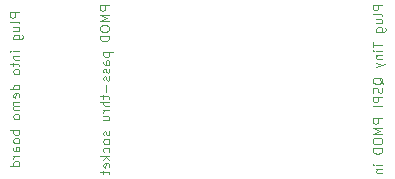
<source format=gbo>
G04 #@! TF.GenerationSoftware,KiCad,Pcbnew,8.0.9-8.0.9-0~ubuntu24.04.1*
G04 #@! TF.CreationDate,2025-04-08T01:43:19+09:30*
G04 #@! TF.ProjectId,qspi-pmod-adapter,71737069-2d70-46d6-9f64-2d6164617074,rev?*
G04 #@! TF.SameCoordinates,Original*
G04 #@! TF.FileFunction,Legend,Bot*
G04 #@! TF.FilePolarity,Positive*
%FSLAX46Y46*%
G04 Gerber Fmt 4.6, Leading zero omitted, Abs format (unit mm)*
G04 Created by KiCad (PCBNEW 8.0.9-8.0.9-0~ubuntu24.04.1) date 2025-04-08 01:43:19*
%MOMM*%
%LPD*%
G01*
G04 APERTURE LIST*
%ADD10C,0.100000*%
%ADD11R,1.700000X1.700000*%
%ADD12O,1.700000X1.700000*%
%ADD13C,1.700000*%
G04 APERTURE END LIST*
D10*
X130706895Y-69057142D02*
X129906895Y-69057142D01*
X129906895Y-69057142D02*
X129906895Y-69361904D01*
X129906895Y-69361904D02*
X129944990Y-69438094D01*
X129944990Y-69438094D02*
X129983085Y-69476189D01*
X129983085Y-69476189D02*
X130059276Y-69514285D01*
X130059276Y-69514285D02*
X130173561Y-69514285D01*
X130173561Y-69514285D02*
X130249752Y-69476189D01*
X130249752Y-69476189D02*
X130287847Y-69438094D01*
X130287847Y-69438094D02*
X130325942Y-69361904D01*
X130325942Y-69361904D02*
X130325942Y-69057142D01*
X130706895Y-69971427D02*
X130668800Y-69895237D01*
X130668800Y-69895237D02*
X130592609Y-69857142D01*
X130592609Y-69857142D02*
X129906895Y-69857142D01*
X130173561Y-70619047D02*
X130706895Y-70619047D01*
X130173561Y-70276190D02*
X130592609Y-70276190D01*
X130592609Y-70276190D02*
X130668800Y-70314285D01*
X130668800Y-70314285D02*
X130706895Y-70390475D01*
X130706895Y-70390475D02*
X130706895Y-70504761D01*
X130706895Y-70504761D02*
X130668800Y-70580952D01*
X130668800Y-70580952D02*
X130630704Y-70619047D01*
X130173561Y-71342857D02*
X130821180Y-71342857D01*
X130821180Y-71342857D02*
X130897371Y-71304762D01*
X130897371Y-71304762D02*
X130935466Y-71266666D01*
X130935466Y-71266666D02*
X130973561Y-71190476D01*
X130973561Y-71190476D02*
X130973561Y-71076190D01*
X130973561Y-71076190D02*
X130935466Y-71000000D01*
X130668800Y-71342857D02*
X130706895Y-71266666D01*
X130706895Y-71266666D02*
X130706895Y-71114285D01*
X130706895Y-71114285D02*
X130668800Y-71038095D01*
X130668800Y-71038095D02*
X130630704Y-71000000D01*
X130630704Y-71000000D02*
X130554514Y-70961904D01*
X130554514Y-70961904D02*
X130325942Y-70961904D01*
X130325942Y-70961904D02*
X130249752Y-71000000D01*
X130249752Y-71000000D02*
X130211657Y-71038095D01*
X130211657Y-71038095D02*
X130173561Y-71114285D01*
X130173561Y-71114285D02*
X130173561Y-71266666D01*
X130173561Y-71266666D02*
X130211657Y-71342857D01*
X129906895Y-72219048D02*
X129906895Y-72676191D01*
X130706895Y-72447619D02*
X129906895Y-72447619D01*
X130706895Y-72942858D02*
X130173561Y-72942858D01*
X129906895Y-72942858D02*
X129944990Y-72904762D01*
X129944990Y-72904762D02*
X129983085Y-72942858D01*
X129983085Y-72942858D02*
X129944990Y-72980953D01*
X129944990Y-72980953D02*
X129906895Y-72942858D01*
X129906895Y-72942858D02*
X129983085Y-72942858D01*
X130173561Y-73323810D02*
X130706895Y-73323810D01*
X130249752Y-73323810D02*
X130211657Y-73361905D01*
X130211657Y-73361905D02*
X130173561Y-73438095D01*
X130173561Y-73438095D02*
X130173561Y-73552381D01*
X130173561Y-73552381D02*
X130211657Y-73628572D01*
X130211657Y-73628572D02*
X130287847Y-73666667D01*
X130287847Y-73666667D02*
X130706895Y-73666667D01*
X130173561Y-73971429D02*
X130706895Y-74161905D01*
X130173561Y-74352382D02*
X130706895Y-74161905D01*
X130706895Y-74161905D02*
X130897371Y-74085715D01*
X130897371Y-74085715D02*
X130935466Y-74047620D01*
X130935466Y-74047620D02*
X130973561Y-73971429D01*
X130783085Y-75800001D02*
X130744990Y-75723811D01*
X130744990Y-75723811D02*
X130668800Y-75647620D01*
X130668800Y-75647620D02*
X130554514Y-75533334D01*
X130554514Y-75533334D02*
X130516419Y-75457144D01*
X130516419Y-75457144D02*
X130516419Y-75380953D01*
X130706895Y-75419049D02*
X130668800Y-75342858D01*
X130668800Y-75342858D02*
X130592609Y-75266668D01*
X130592609Y-75266668D02*
X130440228Y-75228572D01*
X130440228Y-75228572D02*
X130173561Y-75228572D01*
X130173561Y-75228572D02*
X130021180Y-75266668D01*
X130021180Y-75266668D02*
X129944990Y-75342858D01*
X129944990Y-75342858D02*
X129906895Y-75419049D01*
X129906895Y-75419049D02*
X129906895Y-75571430D01*
X129906895Y-75571430D02*
X129944990Y-75647620D01*
X129944990Y-75647620D02*
X130021180Y-75723811D01*
X130021180Y-75723811D02*
X130173561Y-75761906D01*
X130173561Y-75761906D02*
X130440228Y-75761906D01*
X130440228Y-75761906D02*
X130592609Y-75723811D01*
X130592609Y-75723811D02*
X130668800Y-75647620D01*
X130668800Y-75647620D02*
X130706895Y-75571430D01*
X130706895Y-75571430D02*
X130706895Y-75419049D01*
X130668800Y-76066667D02*
X130706895Y-76180953D01*
X130706895Y-76180953D02*
X130706895Y-76371429D01*
X130706895Y-76371429D02*
X130668800Y-76447620D01*
X130668800Y-76447620D02*
X130630704Y-76485715D01*
X130630704Y-76485715D02*
X130554514Y-76523810D01*
X130554514Y-76523810D02*
X130478323Y-76523810D01*
X130478323Y-76523810D02*
X130402133Y-76485715D01*
X130402133Y-76485715D02*
X130364038Y-76447620D01*
X130364038Y-76447620D02*
X130325942Y-76371429D01*
X130325942Y-76371429D02*
X130287847Y-76219048D01*
X130287847Y-76219048D02*
X130249752Y-76142858D01*
X130249752Y-76142858D02*
X130211657Y-76104763D01*
X130211657Y-76104763D02*
X130135466Y-76066667D01*
X130135466Y-76066667D02*
X130059276Y-76066667D01*
X130059276Y-76066667D02*
X129983085Y-76104763D01*
X129983085Y-76104763D02*
X129944990Y-76142858D01*
X129944990Y-76142858D02*
X129906895Y-76219048D01*
X129906895Y-76219048D02*
X129906895Y-76409525D01*
X129906895Y-76409525D02*
X129944990Y-76523810D01*
X130706895Y-76866668D02*
X129906895Y-76866668D01*
X129906895Y-76866668D02*
X129906895Y-77171430D01*
X129906895Y-77171430D02*
X129944990Y-77247620D01*
X129944990Y-77247620D02*
X129983085Y-77285715D01*
X129983085Y-77285715D02*
X130059276Y-77323811D01*
X130059276Y-77323811D02*
X130173561Y-77323811D01*
X130173561Y-77323811D02*
X130249752Y-77285715D01*
X130249752Y-77285715D02*
X130287847Y-77247620D01*
X130287847Y-77247620D02*
X130325942Y-77171430D01*
X130325942Y-77171430D02*
X130325942Y-76866668D01*
X130706895Y-77666668D02*
X129906895Y-77666668D01*
X130706895Y-78657144D02*
X129906895Y-78657144D01*
X129906895Y-78657144D02*
X129906895Y-78961906D01*
X129906895Y-78961906D02*
X129944990Y-79038096D01*
X129944990Y-79038096D02*
X129983085Y-79076191D01*
X129983085Y-79076191D02*
X130059276Y-79114287D01*
X130059276Y-79114287D02*
X130173561Y-79114287D01*
X130173561Y-79114287D02*
X130249752Y-79076191D01*
X130249752Y-79076191D02*
X130287847Y-79038096D01*
X130287847Y-79038096D02*
X130325942Y-78961906D01*
X130325942Y-78961906D02*
X130325942Y-78657144D01*
X130706895Y-79457144D02*
X129906895Y-79457144D01*
X129906895Y-79457144D02*
X130478323Y-79723810D01*
X130478323Y-79723810D02*
X129906895Y-79990477D01*
X129906895Y-79990477D02*
X130706895Y-79990477D01*
X129906895Y-80523811D02*
X129906895Y-80676192D01*
X129906895Y-80676192D02*
X129944990Y-80752382D01*
X129944990Y-80752382D02*
X130021180Y-80828573D01*
X130021180Y-80828573D02*
X130173561Y-80866668D01*
X130173561Y-80866668D02*
X130440228Y-80866668D01*
X130440228Y-80866668D02*
X130592609Y-80828573D01*
X130592609Y-80828573D02*
X130668800Y-80752382D01*
X130668800Y-80752382D02*
X130706895Y-80676192D01*
X130706895Y-80676192D02*
X130706895Y-80523811D01*
X130706895Y-80523811D02*
X130668800Y-80447620D01*
X130668800Y-80447620D02*
X130592609Y-80371430D01*
X130592609Y-80371430D02*
X130440228Y-80333334D01*
X130440228Y-80333334D02*
X130173561Y-80333334D01*
X130173561Y-80333334D02*
X130021180Y-80371430D01*
X130021180Y-80371430D02*
X129944990Y-80447620D01*
X129944990Y-80447620D02*
X129906895Y-80523811D01*
X130706895Y-81209525D02*
X129906895Y-81209525D01*
X129906895Y-81209525D02*
X129906895Y-81400001D01*
X129906895Y-81400001D02*
X129944990Y-81514287D01*
X129944990Y-81514287D02*
X130021180Y-81590477D01*
X130021180Y-81590477D02*
X130097371Y-81628572D01*
X130097371Y-81628572D02*
X130249752Y-81666668D01*
X130249752Y-81666668D02*
X130364038Y-81666668D01*
X130364038Y-81666668D02*
X130516419Y-81628572D01*
X130516419Y-81628572D02*
X130592609Y-81590477D01*
X130592609Y-81590477D02*
X130668800Y-81514287D01*
X130668800Y-81514287D02*
X130706895Y-81400001D01*
X130706895Y-81400001D02*
X130706895Y-81209525D01*
X130706895Y-82619049D02*
X130173561Y-82619049D01*
X129906895Y-82619049D02*
X129944990Y-82580953D01*
X129944990Y-82580953D02*
X129983085Y-82619049D01*
X129983085Y-82619049D02*
X129944990Y-82657144D01*
X129944990Y-82657144D02*
X129906895Y-82619049D01*
X129906895Y-82619049D02*
X129983085Y-82619049D01*
X130173561Y-83000001D02*
X130706895Y-83000001D01*
X130249752Y-83000001D02*
X130211657Y-83038096D01*
X130211657Y-83038096D02*
X130173561Y-83114286D01*
X130173561Y-83114286D02*
X130173561Y-83228572D01*
X130173561Y-83228572D02*
X130211657Y-83304763D01*
X130211657Y-83304763D02*
X130287847Y-83342858D01*
X130287847Y-83342858D02*
X130706895Y-83342858D01*
X99972895Y-69704759D02*
X99172895Y-69704759D01*
X99172895Y-69704759D02*
X99172895Y-70009521D01*
X99172895Y-70009521D02*
X99210990Y-70085711D01*
X99210990Y-70085711D02*
X99249085Y-70123806D01*
X99249085Y-70123806D02*
X99325276Y-70161902D01*
X99325276Y-70161902D02*
X99439561Y-70161902D01*
X99439561Y-70161902D02*
X99515752Y-70123806D01*
X99515752Y-70123806D02*
X99553847Y-70085711D01*
X99553847Y-70085711D02*
X99591942Y-70009521D01*
X99591942Y-70009521D02*
X99591942Y-69704759D01*
X99972895Y-70619044D02*
X99934800Y-70542854D01*
X99934800Y-70542854D02*
X99858609Y-70504759D01*
X99858609Y-70504759D02*
X99172895Y-70504759D01*
X99439561Y-71266664D02*
X99972895Y-71266664D01*
X99439561Y-70923807D02*
X99858609Y-70923807D01*
X99858609Y-70923807D02*
X99934800Y-70961902D01*
X99934800Y-70961902D02*
X99972895Y-71038092D01*
X99972895Y-71038092D02*
X99972895Y-71152378D01*
X99972895Y-71152378D02*
X99934800Y-71228569D01*
X99934800Y-71228569D02*
X99896704Y-71266664D01*
X99439561Y-71990474D02*
X100087180Y-71990474D01*
X100087180Y-71990474D02*
X100163371Y-71952379D01*
X100163371Y-71952379D02*
X100201466Y-71914283D01*
X100201466Y-71914283D02*
X100239561Y-71838093D01*
X100239561Y-71838093D02*
X100239561Y-71723807D01*
X100239561Y-71723807D02*
X100201466Y-71647617D01*
X99934800Y-71990474D02*
X99972895Y-71914283D01*
X99972895Y-71914283D02*
X99972895Y-71761902D01*
X99972895Y-71761902D02*
X99934800Y-71685712D01*
X99934800Y-71685712D02*
X99896704Y-71647617D01*
X99896704Y-71647617D02*
X99820514Y-71609521D01*
X99820514Y-71609521D02*
X99591942Y-71609521D01*
X99591942Y-71609521D02*
X99515752Y-71647617D01*
X99515752Y-71647617D02*
X99477657Y-71685712D01*
X99477657Y-71685712D02*
X99439561Y-71761902D01*
X99439561Y-71761902D02*
X99439561Y-71914283D01*
X99439561Y-71914283D02*
X99477657Y-71990474D01*
X99972895Y-72980951D02*
X99439561Y-72980951D01*
X99172895Y-72980951D02*
X99210990Y-72942855D01*
X99210990Y-72942855D02*
X99249085Y-72980951D01*
X99249085Y-72980951D02*
X99210990Y-73019046D01*
X99210990Y-73019046D02*
X99172895Y-72980951D01*
X99172895Y-72980951D02*
X99249085Y-72980951D01*
X99439561Y-73361903D02*
X99972895Y-73361903D01*
X99515752Y-73361903D02*
X99477657Y-73399998D01*
X99477657Y-73399998D02*
X99439561Y-73476188D01*
X99439561Y-73476188D02*
X99439561Y-73590474D01*
X99439561Y-73590474D02*
X99477657Y-73666665D01*
X99477657Y-73666665D02*
X99553847Y-73704760D01*
X99553847Y-73704760D02*
X99972895Y-73704760D01*
X99439561Y-73971427D02*
X99439561Y-74276189D01*
X99172895Y-74085713D02*
X99858609Y-74085713D01*
X99858609Y-74085713D02*
X99934800Y-74123808D01*
X99934800Y-74123808D02*
X99972895Y-74199998D01*
X99972895Y-74199998D02*
X99972895Y-74276189D01*
X99972895Y-74657141D02*
X99934800Y-74580951D01*
X99934800Y-74580951D02*
X99896704Y-74542856D01*
X99896704Y-74542856D02*
X99820514Y-74504760D01*
X99820514Y-74504760D02*
X99591942Y-74504760D01*
X99591942Y-74504760D02*
X99515752Y-74542856D01*
X99515752Y-74542856D02*
X99477657Y-74580951D01*
X99477657Y-74580951D02*
X99439561Y-74657141D01*
X99439561Y-74657141D02*
X99439561Y-74771427D01*
X99439561Y-74771427D02*
X99477657Y-74847618D01*
X99477657Y-74847618D02*
X99515752Y-74885713D01*
X99515752Y-74885713D02*
X99591942Y-74923808D01*
X99591942Y-74923808D02*
X99820514Y-74923808D01*
X99820514Y-74923808D02*
X99896704Y-74885713D01*
X99896704Y-74885713D02*
X99934800Y-74847618D01*
X99934800Y-74847618D02*
X99972895Y-74771427D01*
X99972895Y-74771427D02*
X99972895Y-74657141D01*
X99972895Y-76219047D02*
X99172895Y-76219047D01*
X99934800Y-76219047D02*
X99972895Y-76142856D01*
X99972895Y-76142856D02*
X99972895Y-75990475D01*
X99972895Y-75990475D02*
X99934800Y-75914285D01*
X99934800Y-75914285D02*
X99896704Y-75876190D01*
X99896704Y-75876190D02*
X99820514Y-75838094D01*
X99820514Y-75838094D02*
X99591942Y-75838094D01*
X99591942Y-75838094D02*
X99515752Y-75876190D01*
X99515752Y-75876190D02*
X99477657Y-75914285D01*
X99477657Y-75914285D02*
X99439561Y-75990475D01*
X99439561Y-75990475D02*
X99439561Y-76142856D01*
X99439561Y-76142856D02*
X99477657Y-76219047D01*
X99934800Y-76904762D02*
X99972895Y-76828571D01*
X99972895Y-76828571D02*
X99972895Y-76676190D01*
X99972895Y-76676190D02*
X99934800Y-76600000D01*
X99934800Y-76600000D02*
X99858609Y-76561904D01*
X99858609Y-76561904D02*
X99553847Y-76561904D01*
X99553847Y-76561904D02*
X99477657Y-76600000D01*
X99477657Y-76600000D02*
X99439561Y-76676190D01*
X99439561Y-76676190D02*
X99439561Y-76828571D01*
X99439561Y-76828571D02*
X99477657Y-76904762D01*
X99477657Y-76904762D02*
X99553847Y-76942857D01*
X99553847Y-76942857D02*
X99630038Y-76942857D01*
X99630038Y-76942857D02*
X99706228Y-76561904D01*
X99972895Y-77285714D02*
X99439561Y-77285714D01*
X99515752Y-77285714D02*
X99477657Y-77323809D01*
X99477657Y-77323809D02*
X99439561Y-77399999D01*
X99439561Y-77399999D02*
X99439561Y-77514285D01*
X99439561Y-77514285D02*
X99477657Y-77590476D01*
X99477657Y-77590476D02*
X99553847Y-77628571D01*
X99553847Y-77628571D02*
X99972895Y-77628571D01*
X99553847Y-77628571D02*
X99477657Y-77666666D01*
X99477657Y-77666666D02*
X99439561Y-77742857D01*
X99439561Y-77742857D02*
X99439561Y-77857142D01*
X99439561Y-77857142D02*
X99477657Y-77933333D01*
X99477657Y-77933333D02*
X99553847Y-77971428D01*
X99553847Y-77971428D02*
X99972895Y-77971428D01*
X99972895Y-78466666D02*
X99934800Y-78390476D01*
X99934800Y-78390476D02*
X99896704Y-78352381D01*
X99896704Y-78352381D02*
X99820514Y-78314285D01*
X99820514Y-78314285D02*
X99591942Y-78314285D01*
X99591942Y-78314285D02*
X99515752Y-78352381D01*
X99515752Y-78352381D02*
X99477657Y-78390476D01*
X99477657Y-78390476D02*
X99439561Y-78466666D01*
X99439561Y-78466666D02*
X99439561Y-78580952D01*
X99439561Y-78580952D02*
X99477657Y-78657143D01*
X99477657Y-78657143D02*
X99515752Y-78695238D01*
X99515752Y-78695238D02*
X99591942Y-78733333D01*
X99591942Y-78733333D02*
X99820514Y-78733333D01*
X99820514Y-78733333D02*
X99896704Y-78695238D01*
X99896704Y-78695238D02*
X99934800Y-78657143D01*
X99934800Y-78657143D02*
X99972895Y-78580952D01*
X99972895Y-78580952D02*
X99972895Y-78466666D01*
X99972895Y-79685715D02*
X99172895Y-79685715D01*
X99477657Y-79685715D02*
X99439561Y-79761905D01*
X99439561Y-79761905D02*
X99439561Y-79914286D01*
X99439561Y-79914286D02*
X99477657Y-79990477D01*
X99477657Y-79990477D02*
X99515752Y-80028572D01*
X99515752Y-80028572D02*
X99591942Y-80066667D01*
X99591942Y-80066667D02*
X99820514Y-80066667D01*
X99820514Y-80066667D02*
X99896704Y-80028572D01*
X99896704Y-80028572D02*
X99934800Y-79990477D01*
X99934800Y-79990477D02*
X99972895Y-79914286D01*
X99972895Y-79914286D02*
X99972895Y-79761905D01*
X99972895Y-79761905D02*
X99934800Y-79685715D01*
X99972895Y-80523810D02*
X99934800Y-80447620D01*
X99934800Y-80447620D02*
X99896704Y-80409525D01*
X99896704Y-80409525D02*
X99820514Y-80371429D01*
X99820514Y-80371429D02*
X99591942Y-80371429D01*
X99591942Y-80371429D02*
X99515752Y-80409525D01*
X99515752Y-80409525D02*
X99477657Y-80447620D01*
X99477657Y-80447620D02*
X99439561Y-80523810D01*
X99439561Y-80523810D02*
X99439561Y-80638096D01*
X99439561Y-80638096D02*
X99477657Y-80714287D01*
X99477657Y-80714287D02*
X99515752Y-80752382D01*
X99515752Y-80752382D02*
X99591942Y-80790477D01*
X99591942Y-80790477D02*
X99820514Y-80790477D01*
X99820514Y-80790477D02*
X99896704Y-80752382D01*
X99896704Y-80752382D02*
X99934800Y-80714287D01*
X99934800Y-80714287D02*
X99972895Y-80638096D01*
X99972895Y-80638096D02*
X99972895Y-80523810D01*
X99972895Y-81476192D02*
X99553847Y-81476192D01*
X99553847Y-81476192D02*
X99477657Y-81438097D01*
X99477657Y-81438097D02*
X99439561Y-81361906D01*
X99439561Y-81361906D02*
X99439561Y-81209525D01*
X99439561Y-81209525D02*
X99477657Y-81133335D01*
X99934800Y-81476192D02*
X99972895Y-81400001D01*
X99972895Y-81400001D02*
X99972895Y-81209525D01*
X99972895Y-81209525D02*
X99934800Y-81133335D01*
X99934800Y-81133335D02*
X99858609Y-81095239D01*
X99858609Y-81095239D02*
X99782419Y-81095239D01*
X99782419Y-81095239D02*
X99706228Y-81133335D01*
X99706228Y-81133335D02*
X99668133Y-81209525D01*
X99668133Y-81209525D02*
X99668133Y-81400001D01*
X99668133Y-81400001D02*
X99630038Y-81476192D01*
X99972895Y-81857145D02*
X99439561Y-81857145D01*
X99591942Y-81857145D02*
X99515752Y-81895240D01*
X99515752Y-81895240D02*
X99477657Y-81933335D01*
X99477657Y-81933335D02*
X99439561Y-82009526D01*
X99439561Y-82009526D02*
X99439561Y-82085716D01*
X99972895Y-82695240D02*
X99172895Y-82695240D01*
X99934800Y-82695240D02*
X99972895Y-82619049D01*
X99972895Y-82619049D02*
X99972895Y-82466668D01*
X99972895Y-82466668D02*
X99934800Y-82390478D01*
X99934800Y-82390478D02*
X99896704Y-82352383D01*
X99896704Y-82352383D02*
X99820514Y-82314287D01*
X99820514Y-82314287D02*
X99591942Y-82314287D01*
X99591942Y-82314287D02*
X99515752Y-82352383D01*
X99515752Y-82352383D02*
X99477657Y-82390478D01*
X99477657Y-82390478D02*
X99439561Y-82466668D01*
X99439561Y-82466668D02*
X99439561Y-82619049D01*
X99439561Y-82619049D02*
X99477657Y-82695240D01*
X107592895Y-69114285D02*
X106792895Y-69114285D01*
X106792895Y-69114285D02*
X106792895Y-69419047D01*
X106792895Y-69419047D02*
X106830990Y-69495237D01*
X106830990Y-69495237D02*
X106869085Y-69533332D01*
X106869085Y-69533332D02*
X106945276Y-69571428D01*
X106945276Y-69571428D02*
X107059561Y-69571428D01*
X107059561Y-69571428D02*
X107135752Y-69533332D01*
X107135752Y-69533332D02*
X107173847Y-69495237D01*
X107173847Y-69495237D02*
X107211942Y-69419047D01*
X107211942Y-69419047D02*
X107211942Y-69114285D01*
X107592895Y-69914285D02*
X106792895Y-69914285D01*
X106792895Y-69914285D02*
X107364323Y-70180951D01*
X107364323Y-70180951D02*
X106792895Y-70447618D01*
X106792895Y-70447618D02*
X107592895Y-70447618D01*
X106792895Y-70980952D02*
X106792895Y-71133333D01*
X106792895Y-71133333D02*
X106830990Y-71209523D01*
X106830990Y-71209523D02*
X106907180Y-71285714D01*
X106907180Y-71285714D02*
X107059561Y-71323809D01*
X107059561Y-71323809D02*
X107326228Y-71323809D01*
X107326228Y-71323809D02*
X107478609Y-71285714D01*
X107478609Y-71285714D02*
X107554800Y-71209523D01*
X107554800Y-71209523D02*
X107592895Y-71133333D01*
X107592895Y-71133333D02*
X107592895Y-70980952D01*
X107592895Y-70980952D02*
X107554800Y-70904761D01*
X107554800Y-70904761D02*
X107478609Y-70828571D01*
X107478609Y-70828571D02*
X107326228Y-70790475D01*
X107326228Y-70790475D02*
X107059561Y-70790475D01*
X107059561Y-70790475D02*
X106907180Y-70828571D01*
X106907180Y-70828571D02*
X106830990Y-70904761D01*
X106830990Y-70904761D02*
X106792895Y-70980952D01*
X107592895Y-71666666D02*
X106792895Y-71666666D01*
X106792895Y-71666666D02*
X106792895Y-71857142D01*
X106792895Y-71857142D02*
X106830990Y-71971428D01*
X106830990Y-71971428D02*
X106907180Y-72047618D01*
X106907180Y-72047618D02*
X106983371Y-72085713D01*
X106983371Y-72085713D02*
X107135752Y-72123809D01*
X107135752Y-72123809D02*
X107250038Y-72123809D01*
X107250038Y-72123809D02*
X107402419Y-72085713D01*
X107402419Y-72085713D02*
X107478609Y-72047618D01*
X107478609Y-72047618D02*
X107554800Y-71971428D01*
X107554800Y-71971428D02*
X107592895Y-71857142D01*
X107592895Y-71857142D02*
X107592895Y-71666666D01*
X107059561Y-73076190D02*
X107859561Y-73076190D01*
X107097657Y-73076190D02*
X107059561Y-73152380D01*
X107059561Y-73152380D02*
X107059561Y-73304761D01*
X107059561Y-73304761D02*
X107097657Y-73380952D01*
X107097657Y-73380952D02*
X107135752Y-73419047D01*
X107135752Y-73419047D02*
X107211942Y-73457142D01*
X107211942Y-73457142D02*
X107440514Y-73457142D01*
X107440514Y-73457142D02*
X107516704Y-73419047D01*
X107516704Y-73419047D02*
X107554800Y-73380952D01*
X107554800Y-73380952D02*
X107592895Y-73304761D01*
X107592895Y-73304761D02*
X107592895Y-73152380D01*
X107592895Y-73152380D02*
X107554800Y-73076190D01*
X107592895Y-74142857D02*
X107173847Y-74142857D01*
X107173847Y-74142857D02*
X107097657Y-74104762D01*
X107097657Y-74104762D02*
X107059561Y-74028571D01*
X107059561Y-74028571D02*
X107059561Y-73876190D01*
X107059561Y-73876190D02*
X107097657Y-73800000D01*
X107554800Y-74142857D02*
X107592895Y-74066666D01*
X107592895Y-74066666D02*
X107592895Y-73876190D01*
X107592895Y-73876190D02*
X107554800Y-73800000D01*
X107554800Y-73800000D02*
X107478609Y-73761904D01*
X107478609Y-73761904D02*
X107402419Y-73761904D01*
X107402419Y-73761904D02*
X107326228Y-73800000D01*
X107326228Y-73800000D02*
X107288133Y-73876190D01*
X107288133Y-73876190D02*
X107288133Y-74066666D01*
X107288133Y-74066666D02*
X107250038Y-74142857D01*
X107554800Y-74485714D02*
X107592895Y-74561905D01*
X107592895Y-74561905D02*
X107592895Y-74714286D01*
X107592895Y-74714286D02*
X107554800Y-74790476D01*
X107554800Y-74790476D02*
X107478609Y-74828572D01*
X107478609Y-74828572D02*
X107440514Y-74828572D01*
X107440514Y-74828572D02*
X107364323Y-74790476D01*
X107364323Y-74790476D02*
X107326228Y-74714286D01*
X107326228Y-74714286D02*
X107326228Y-74600000D01*
X107326228Y-74600000D02*
X107288133Y-74523810D01*
X107288133Y-74523810D02*
X107211942Y-74485714D01*
X107211942Y-74485714D02*
X107173847Y-74485714D01*
X107173847Y-74485714D02*
X107097657Y-74523810D01*
X107097657Y-74523810D02*
X107059561Y-74600000D01*
X107059561Y-74600000D02*
X107059561Y-74714286D01*
X107059561Y-74714286D02*
X107097657Y-74790476D01*
X107554800Y-75133333D02*
X107592895Y-75209524D01*
X107592895Y-75209524D02*
X107592895Y-75361905D01*
X107592895Y-75361905D02*
X107554800Y-75438095D01*
X107554800Y-75438095D02*
X107478609Y-75476191D01*
X107478609Y-75476191D02*
X107440514Y-75476191D01*
X107440514Y-75476191D02*
X107364323Y-75438095D01*
X107364323Y-75438095D02*
X107326228Y-75361905D01*
X107326228Y-75361905D02*
X107326228Y-75247619D01*
X107326228Y-75247619D02*
X107288133Y-75171429D01*
X107288133Y-75171429D02*
X107211942Y-75133333D01*
X107211942Y-75133333D02*
X107173847Y-75133333D01*
X107173847Y-75133333D02*
X107097657Y-75171429D01*
X107097657Y-75171429D02*
X107059561Y-75247619D01*
X107059561Y-75247619D02*
X107059561Y-75361905D01*
X107059561Y-75361905D02*
X107097657Y-75438095D01*
X107288133Y-75819048D02*
X107288133Y-76428572D01*
X107059561Y-76695238D02*
X107059561Y-77000000D01*
X106792895Y-76809524D02*
X107478609Y-76809524D01*
X107478609Y-76809524D02*
X107554800Y-76847619D01*
X107554800Y-76847619D02*
X107592895Y-76923809D01*
X107592895Y-76923809D02*
X107592895Y-77000000D01*
X107592895Y-77266667D02*
X106792895Y-77266667D01*
X107592895Y-77609524D02*
X107173847Y-77609524D01*
X107173847Y-77609524D02*
X107097657Y-77571429D01*
X107097657Y-77571429D02*
X107059561Y-77495238D01*
X107059561Y-77495238D02*
X107059561Y-77380952D01*
X107059561Y-77380952D02*
X107097657Y-77304762D01*
X107097657Y-77304762D02*
X107135752Y-77266667D01*
X107592895Y-77990477D02*
X107059561Y-77990477D01*
X107211942Y-77990477D02*
X107135752Y-78028572D01*
X107135752Y-78028572D02*
X107097657Y-78066667D01*
X107097657Y-78066667D02*
X107059561Y-78142858D01*
X107059561Y-78142858D02*
X107059561Y-78219048D01*
X107059561Y-78828572D02*
X107592895Y-78828572D01*
X107059561Y-78485715D02*
X107478609Y-78485715D01*
X107478609Y-78485715D02*
X107554800Y-78523810D01*
X107554800Y-78523810D02*
X107592895Y-78600000D01*
X107592895Y-78600000D02*
X107592895Y-78714286D01*
X107592895Y-78714286D02*
X107554800Y-78790477D01*
X107554800Y-78790477D02*
X107516704Y-78828572D01*
X107554800Y-79780953D02*
X107592895Y-79857144D01*
X107592895Y-79857144D02*
X107592895Y-80009525D01*
X107592895Y-80009525D02*
X107554800Y-80085715D01*
X107554800Y-80085715D02*
X107478609Y-80123811D01*
X107478609Y-80123811D02*
X107440514Y-80123811D01*
X107440514Y-80123811D02*
X107364323Y-80085715D01*
X107364323Y-80085715D02*
X107326228Y-80009525D01*
X107326228Y-80009525D02*
X107326228Y-79895239D01*
X107326228Y-79895239D02*
X107288133Y-79819049D01*
X107288133Y-79819049D02*
X107211942Y-79780953D01*
X107211942Y-79780953D02*
X107173847Y-79780953D01*
X107173847Y-79780953D02*
X107097657Y-79819049D01*
X107097657Y-79819049D02*
X107059561Y-79895239D01*
X107059561Y-79895239D02*
X107059561Y-80009525D01*
X107059561Y-80009525D02*
X107097657Y-80085715D01*
X107592895Y-80580953D02*
X107554800Y-80504763D01*
X107554800Y-80504763D02*
X107516704Y-80466668D01*
X107516704Y-80466668D02*
X107440514Y-80428572D01*
X107440514Y-80428572D02*
X107211942Y-80428572D01*
X107211942Y-80428572D02*
X107135752Y-80466668D01*
X107135752Y-80466668D02*
X107097657Y-80504763D01*
X107097657Y-80504763D02*
X107059561Y-80580953D01*
X107059561Y-80580953D02*
X107059561Y-80695239D01*
X107059561Y-80695239D02*
X107097657Y-80771430D01*
X107097657Y-80771430D02*
X107135752Y-80809525D01*
X107135752Y-80809525D02*
X107211942Y-80847620D01*
X107211942Y-80847620D02*
X107440514Y-80847620D01*
X107440514Y-80847620D02*
X107516704Y-80809525D01*
X107516704Y-80809525D02*
X107554800Y-80771430D01*
X107554800Y-80771430D02*
X107592895Y-80695239D01*
X107592895Y-80695239D02*
X107592895Y-80580953D01*
X107554800Y-81533335D02*
X107592895Y-81457144D01*
X107592895Y-81457144D02*
X107592895Y-81304763D01*
X107592895Y-81304763D02*
X107554800Y-81228573D01*
X107554800Y-81228573D02*
X107516704Y-81190478D01*
X107516704Y-81190478D02*
X107440514Y-81152382D01*
X107440514Y-81152382D02*
X107211942Y-81152382D01*
X107211942Y-81152382D02*
X107135752Y-81190478D01*
X107135752Y-81190478D02*
X107097657Y-81228573D01*
X107097657Y-81228573D02*
X107059561Y-81304763D01*
X107059561Y-81304763D02*
X107059561Y-81457144D01*
X107059561Y-81457144D02*
X107097657Y-81533335D01*
X107592895Y-81876192D02*
X106792895Y-81876192D01*
X107288133Y-81952382D02*
X107592895Y-82180954D01*
X107059561Y-82180954D02*
X107364323Y-81876192D01*
X107554800Y-82828573D02*
X107592895Y-82752382D01*
X107592895Y-82752382D02*
X107592895Y-82600001D01*
X107592895Y-82600001D02*
X107554800Y-82523811D01*
X107554800Y-82523811D02*
X107478609Y-82485715D01*
X107478609Y-82485715D02*
X107173847Y-82485715D01*
X107173847Y-82485715D02*
X107097657Y-82523811D01*
X107097657Y-82523811D02*
X107059561Y-82600001D01*
X107059561Y-82600001D02*
X107059561Y-82752382D01*
X107059561Y-82752382D02*
X107097657Y-82828573D01*
X107097657Y-82828573D02*
X107173847Y-82866668D01*
X107173847Y-82866668D02*
X107250038Y-82866668D01*
X107250038Y-82866668D02*
X107326228Y-82485715D01*
X107059561Y-83095239D02*
X107059561Y-83400001D01*
X106792895Y-83209525D02*
X107478609Y-83209525D01*
X107478609Y-83209525D02*
X107554800Y-83247620D01*
X107554800Y-83247620D02*
X107592895Y-83323810D01*
X107592895Y-83323810D02*
X107592895Y-83400001D01*
%LPC*%
D11*
X109220000Y-69850000D03*
D12*
X109220000Y-72390000D03*
X109220000Y-74930000D03*
X109220000Y-77470000D03*
X109220000Y-80010000D03*
D13*
X109220000Y-82550000D03*
D12*
X111760000Y-69850000D03*
X111760000Y-72390000D03*
X111760000Y-74930000D03*
X111760000Y-77470000D03*
X111760000Y-80010000D03*
X111760000Y-82550000D03*
D11*
X125730000Y-69850000D03*
D12*
X125730000Y-72390000D03*
X125730000Y-74930000D03*
X125730000Y-77470000D03*
X125730000Y-80010000D03*
D13*
X125730000Y-82550000D03*
D12*
X128270000Y-69850000D03*
X128270000Y-72390000D03*
X128270000Y-74930000D03*
X128270000Y-77470000D03*
X128270000Y-80010000D03*
X128270000Y-82550000D03*
D11*
X104140000Y-69850000D03*
D12*
X104140000Y-72390000D03*
X104140000Y-74930000D03*
X104140000Y-77470000D03*
X104140000Y-80010000D03*
D13*
X104140000Y-82550000D03*
D12*
X101600000Y-69850000D03*
X101600000Y-72390000D03*
X101600000Y-74930000D03*
X101600000Y-77470000D03*
X101600000Y-80010000D03*
X101600000Y-82550000D03*
%LPD*%
M02*

</source>
